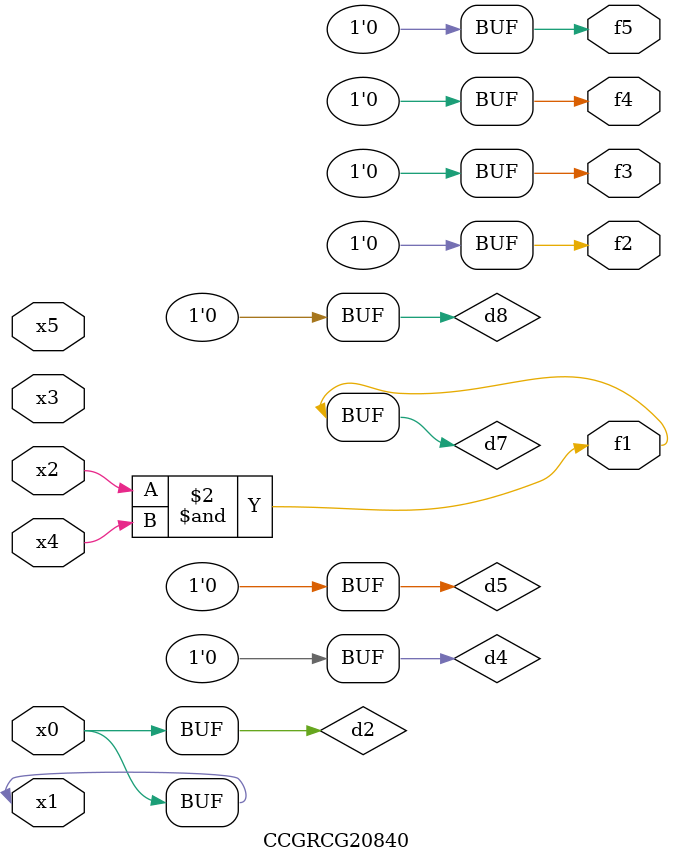
<source format=v>
module CCGRCG20840(
	input x0, x1, x2, x3, x4, x5,
	output f1, f2, f3, f4, f5
);

	wire d1, d2, d3, d4, d5, d6, d7, d8, d9;

	nand (d1, x1);
	buf (d2, x0, x1);
	nand (d3, x2, x4);
	and (d4, d1, d2);
	and (d5, d1, d2);
	nand (d6, d1, d3);
	not (d7, d3);
	xor (d8, d5);
	nor (d9, d5, d6);
	assign f1 = d7;
	assign f2 = d8;
	assign f3 = d8;
	assign f4 = d8;
	assign f5 = d8;
endmodule

</source>
